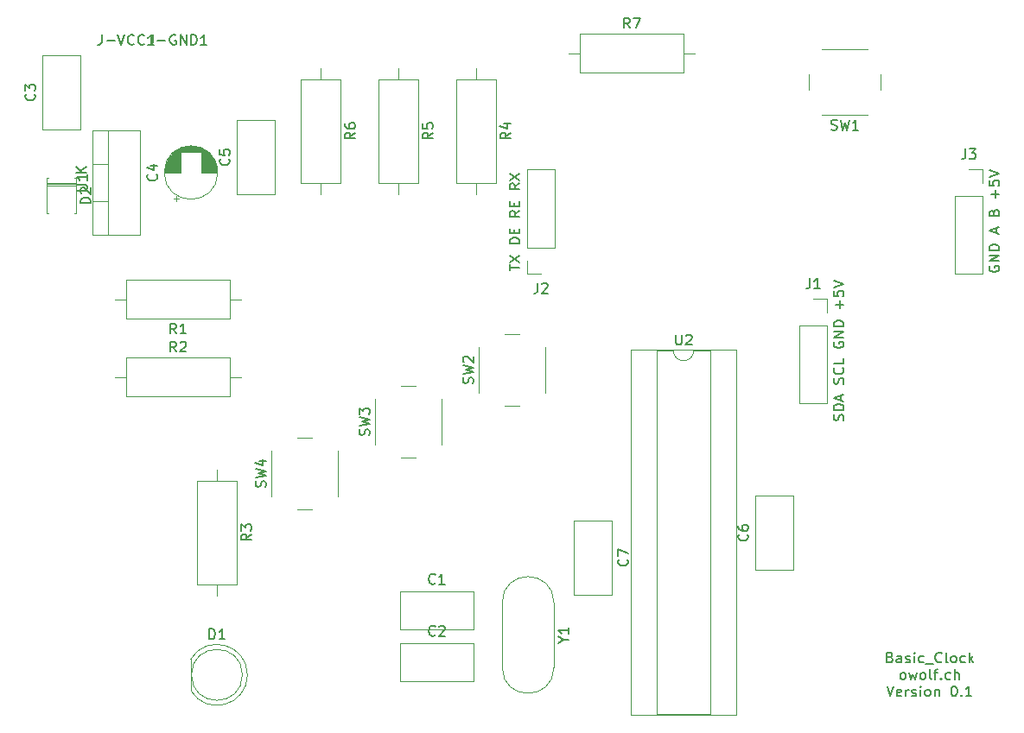
<source format=gbr>
%TF.GenerationSoftware,KiCad,Pcbnew,(5.1.6)-1*%
%TF.CreationDate,2020-09-16T20:36:39+02:00*%
%TF.ProjectId,Basic_Clock,42617369-635f-4436-9c6f-636b2e6b6963,rev?*%
%TF.SameCoordinates,Original*%
%TF.FileFunction,Legend,Top*%
%TF.FilePolarity,Positive*%
%FSLAX46Y46*%
G04 Gerber Fmt 4.6, Leading zero omitted, Abs format (unit mm)*
G04 Created by KiCad (PCBNEW (5.1.6)-1) date 2020-09-16 20:36:39*
%MOMM*%
%LPD*%
G01*
G04 APERTURE LIST*
%ADD10C,0.150000*%
%ADD11C,0.120000*%
G04 APERTURE END LIST*
D10*
X121849047Y-165918571D02*
X121991904Y-165966190D01*
X122039523Y-166013809D01*
X122087142Y-166109047D01*
X122087142Y-166251904D01*
X122039523Y-166347142D01*
X121991904Y-166394761D01*
X121896666Y-166442380D01*
X121515714Y-166442380D01*
X121515714Y-165442380D01*
X121849047Y-165442380D01*
X121944285Y-165490000D01*
X121991904Y-165537619D01*
X122039523Y-165632857D01*
X122039523Y-165728095D01*
X121991904Y-165823333D01*
X121944285Y-165870952D01*
X121849047Y-165918571D01*
X121515714Y-165918571D01*
X122944285Y-166442380D02*
X122944285Y-165918571D01*
X122896666Y-165823333D01*
X122801428Y-165775714D01*
X122610952Y-165775714D01*
X122515714Y-165823333D01*
X122944285Y-166394761D02*
X122849047Y-166442380D01*
X122610952Y-166442380D01*
X122515714Y-166394761D01*
X122468095Y-166299523D01*
X122468095Y-166204285D01*
X122515714Y-166109047D01*
X122610952Y-166061428D01*
X122849047Y-166061428D01*
X122944285Y-166013809D01*
X123372857Y-166394761D02*
X123468095Y-166442380D01*
X123658571Y-166442380D01*
X123753809Y-166394761D01*
X123801428Y-166299523D01*
X123801428Y-166251904D01*
X123753809Y-166156666D01*
X123658571Y-166109047D01*
X123515714Y-166109047D01*
X123420476Y-166061428D01*
X123372857Y-165966190D01*
X123372857Y-165918571D01*
X123420476Y-165823333D01*
X123515714Y-165775714D01*
X123658571Y-165775714D01*
X123753809Y-165823333D01*
X124230000Y-166442380D02*
X124230000Y-165775714D01*
X124230000Y-165442380D02*
X124182380Y-165490000D01*
X124230000Y-165537619D01*
X124277619Y-165490000D01*
X124230000Y-165442380D01*
X124230000Y-165537619D01*
X125134761Y-166394761D02*
X125039523Y-166442380D01*
X124849047Y-166442380D01*
X124753809Y-166394761D01*
X124706190Y-166347142D01*
X124658571Y-166251904D01*
X124658571Y-165966190D01*
X124706190Y-165870952D01*
X124753809Y-165823333D01*
X124849047Y-165775714D01*
X125039523Y-165775714D01*
X125134761Y-165823333D01*
X125325238Y-166537619D02*
X126087142Y-166537619D01*
X126896666Y-166347142D02*
X126849047Y-166394761D01*
X126706190Y-166442380D01*
X126610952Y-166442380D01*
X126468095Y-166394761D01*
X126372857Y-166299523D01*
X126325238Y-166204285D01*
X126277619Y-166013809D01*
X126277619Y-165870952D01*
X126325238Y-165680476D01*
X126372857Y-165585238D01*
X126468095Y-165490000D01*
X126610952Y-165442380D01*
X126706190Y-165442380D01*
X126849047Y-165490000D01*
X126896666Y-165537619D01*
X127468095Y-166442380D02*
X127372857Y-166394761D01*
X127325238Y-166299523D01*
X127325238Y-165442380D01*
X127991904Y-166442380D02*
X127896666Y-166394761D01*
X127849047Y-166347142D01*
X127801428Y-166251904D01*
X127801428Y-165966190D01*
X127849047Y-165870952D01*
X127896666Y-165823333D01*
X127991904Y-165775714D01*
X128134761Y-165775714D01*
X128230000Y-165823333D01*
X128277619Y-165870952D01*
X128325238Y-165966190D01*
X128325238Y-166251904D01*
X128277619Y-166347142D01*
X128230000Y-166394761D01*
X128134761Y-166442380D01*
X127991904Y-166442380D01*
X129182380Y-166394761D02*
X129087142Y-166442380D01*
X128896666Y-166442380D01*
X128801428Y-166394761D01*
X128753809Y-166347142D01*
X128706190Y-166251904D01*
X128706190Y-165966190D01*
X128753809Y-165870952D01*
X128801428Y-165823333D01*
X128896666Y-165775714D01*
X129087142Y-165775714D01*
X129182380Y-165823333D01*
X129610952Y-166442380D02*
X129610952Y-165442380D01*
X129706190Y-166061428D02*
X129991904Y-166442380D01*
X129991904Y-165775714D02*
X129610952Y-166156666D01*
X123015714Y-168092380D02*
X122920476Y-168044761D01*
X122872857Y-167997142D01*
X122825238Y-167901904D01*
X122825238Y-167616190D01*
X122872857Y-167520952D01*
X122920476Y-167473333D01*
X123015714Y-167425714D01*
X123158571Y-167425714D01*
X123253809Y-167473333D01*
X123301428Y-167520952D01*
X123349047Y-167616190D01*
X123349047Y-167901904D01*
X123301428Y-167997142D01*
X123253809Y-168044761D01*
X123158571Y-168092380D01*
X123015714Y-168092380D01*
X123682380Y-167425714D02*
X123872857Y-168092380D01*
X124063333Y-167616190D01*
X124253809Y-168092380D01*
X124444285Y-167425714D01*
X124968095Y-168092380D02*
X124872857Y-168044761D01*
X124825238Y-167997142D01*
X124777619Y-167901904D01*
X124777619Y-167616190D01*
X124825238Y-167520952D01*
X124872857Y-167473333D01*
X124968095Y-167425714D01*
X125110952Y-167425714D01*
X125206190Y-167473333D01*
X125253809Y-167520952D01*
X125301428Y-167616190D01*
X125301428Y-167901904D01*
X125253809Y-167997142D01*
X125206190Y-168044761D01*
X125110952Y-168092380D01*
X124968095Y-168092380D01*
X125872857Y-168092380D02*
X125777619Y-168044761D01*
X125730000Y-167949523D01*
X125730000Y-167092380D01*
X126110952Y-167425714D02*
X126491904Y-167425714D01*
X126253809Y-168092380D02*
X126253809Y-167235238D01*
X126301428Y-167140000D01*
X126396666Y-167092380D01*
X126491904Y-167092380D01*
X126825238Y-167997142D02*
X126872857Y-168044761D01*
X126825238Y-168092380D01*
X126777619Y-168044761D01*
X126825238Y-167997142D01*
X126825238Y-168092380D01*
X127730000Y-168044761D02*
X127634761Y-168092380D01*
X127444285Y-168092380D01*
X127349047Y-168044761D01*
X127301428Y-167997142D01*
X127253809Y-167901904D01*
X127253809Y-167616190D01*
X127301428Y-167520952D01*
X127349047Y-167473333D01*
X127444285Y-167425714D01*
X127634761Y-167425714D01*
X127730000Y-167473333D01*
X128158571Y-168092380D02*
X128158571Y-167092380D01*
X128587142Y-168092380D02*
X128587142Y-167568571D01*
X128539523Y-167473333D01*
X128444285Y-167425714D01*
X128301428Y-167425714D01*
X128206190Y-167473333D01*
X128158571Y-167520952D01*
X121539523Y-168742380D02*
X121872857Y-169742380D01*
X122206190Y-168742380D01*
X122920476Y-169694761D02*
X122825238Y-169742380D01*
X122634761Y-169742380D01*
X122539523Y-169694761D01*
X122491904Y-169599523D01*
X122491904Y-169218571D01*
X122539523Y-169123333D01*
X122634761Y-169075714D01*
X122825238Y-169075714D01*
X122920476Y-169123333D01*
X122968095Y-169218571D01*
X122968095Y-169313809D01*
X122491904Y-169409047D01*
X123396666Y-169742380D02*
X123396666Y-169075714D01*
X123396666Y-169266190D02*
X123444285Y-169170952D01*
X123491904Y-169123333D01*
X123587142Y-169075714D01*
X123682380Y-169075714D01*
X123968095Y-169694761D02*
X124063333Y-169742380D01*
X124253809Y-169742380D01*
X124349047Y-169694761D01*
X124396666Y-169599523D01*
X124396666Y-169551904D01*
X124349047Y-169456666D01*
X124253809Y-169409047D01*
X124110952Y-169409047D01*
X124015714Y-169361428D01*
X123968095Y-169266190D01*
X123968095Y-169218571D01*
X124015714Y-169123333D01*
X124110952Y-169075714D01*
X124253809Y-169075714D01*
X124349047Y-169123333D01*
X124825238Y-169742380D02*
X124825238Y-169075714D01*
X124825238Y-168742380D02*
X124777619Y-168790000D01*
X124825238Y-168837619D01*
X124872857Y-168790000D01*
X124825238Y-168742380D01*
X124825238Y-168837619D01*
X125444285Y-169742380D02*
X125349047Y-169694761D01*
X125301428Y-169647142D01*
X125253809Y-169551904D01*
X125253809Y-169266190D01*
X125301428Y-169170952D01*
X125349047Y-169123333D01*
X125444285Y-169075714D01*
X125587142Y-169075714D01*
X125682380Y-169123333D01*
X125730000Y-169170952D01*
X125777619Y-169266190D01*
X125777619Y-169551904D01*
X125730000Y-169647142D01*
X125682380Y-169694761D01*
X125587142Y-169742380D01*
X125444285Y-169742380D01*
X126206190Y-169075714D02*
X126206190Y-169742380D01*
X126206190Y-169170952D02*
X126253809Y-169123333D01*
X126349047Y-169075714D01*
X126491904Y-169075714D01*
X126587142Y-169123333D01*
X126634761Y-169218571D01*
X126634761Y-169742380D01*
X128063333Y-168742380D02*
X128158571Y-168742380D01*
X128253809Y-168790000D01*
X128301428Y-168837619D01*
X128349047Y-168932857D01*
X128396666Y-169123333D01*
X128396666Y-169361428D01*
X128349047Y-169551904D01*
X128301428Y-169647142D01*
X128253809Y-169694761D01*
X128158571Y-169742380D01*
X128063333Y-169742380D01*
X127968095Y-169694761D01*
X127920476Y-169647142D01*
X127872857Y-169551904D01*
X127825238Y-169361428D01*
X127825238Y-169123333D01*
X127872857Y-168932857D01*
X127920476Y-168837619D01*
X127968095Y-168790000D01*
X128063333Y-168742380D01*
X128825238Y-169647142D02*
X128872857Y-169694761D01*
X128825238Y-169742380D01*
X128777619Y-169694761D01*
X128825238Y-169647142D01*
X128825238Y-169742380D01*
X129825238Y-169742380D02*
X129253809Y-169742380D01*
X129539523Y-169742380D02*
X129539523Y-168742380D01*
X129444285Y-168885238D01*
X129349047Y-168980476D01*
X129253809Y-169028095D01*
X117244761Y-142675714D02*
X117292380Y-142532857D01*
X117292380Y-142294761D01*
X117244761Y-142199523D01*
X117197142Y-142151904D01*
X117101904Y-142104285D01*
X117006666Y-142104285D01*
X116911428Y-142151904D01*
X116863809Y-142199523D01*
X116816190Y-142294761D01*
X116768571Y-142485238D01*
X116720952Y-142580476D01*
X116673333Y-142628095D01*
X116578095Y-142675714D01*
X116482857Y-142675714D01*
X116387619Y-142628095D01*
X116340000Y-142580476D01*
X116292380Y-142485238D01*
X116292380Y-142247142D01*
X116340000Y-142104285D01*
X117292380Y-141675714D02*
X116292380Y-141675714D01*
X116292380Y-141437619D01*
X116340000Y-141294761D01*
X116435238Y-141199523D01*
X116530476Y-141151904D01*
X116720952Y-141104285D01*
X116863809Y-141104285D01*
X117054285Y-141151904D01*
X117149523Y-141199523D01*
X117244761Y-141294761D01*
X117292380Y-141437619D01*
X117292380Y-141675714D01*
X117006666Y-140723333D02*
X117006666Y-140247142D01*
X117292380Y-140818571D02*
X116292380Y-140485238D01*
X117292380Y-140151904D01*
X117244761Y-139104285D02*
X117292380Y-138961428D01*
X117292380Y-138723333D01*
X117244761Y-138628095D01*
X117197142Y-138580476D01*
X117101904Y-138532857D01*
X117006666Y-138532857D01*
X116911428Y-138580476D01*
X116863809Y-138628095D01*
X116816190Y-138723333D01*
X116768571Y-138913809D01*
X116720952Y-139009047D01*
X116673333Y-139056666D01*
X116578095Y-139104285D01*
X116482857Y-139104285D01*
X116387619Y-139056666D01*
X116340000Y-139009047D01*
X116292380Y-138913809D01*
X116292380Y-138675714D01*
X116340000Y-138532857D01*
X117197142Y-137532857D02*
X117244761Y-137580476D01*
X117292380Y-137723333D01*
X117292380Y-137818571D01*
X117244761Y-137961428D01*
X117149523Y-138056666D01*
X117054285Y-138104285D01*
X116863809Y-138151904D01*
X116720952Y-138151904D01*
X116530476Y-138104285D01*
X116435238Y-138056666D01*
X116340000Y-137961428D01*
X116292380Y-137818571D01*
X116292380Y-137723333D01*
X116340000Y-137580476D01*
X116387619Y-137532857D01*
X117292380Y-136628095D02*
X117292380Y-137104285D01*
X116292380Y-137104285D01*
X116340000Y-135009047D02*
X116292380Y-135104285D01*
X116292380Y-135247142D01*
X116340000Y-135390000D01*
X116435238Y-135485238D01*
X116530476Y-135532857D01*
X116720952Y-135580476D01*
X116863809Y-135580476D01*
X117054285Y-135532857D01*
X117149523Y-135485238D01*
X117244761Y-135390000D01*
X117292380Y-135247142D01*
X117292380Y-135151904D01*
X117244761Y-135009047D01*
X117197142Y-134961428D01*
X116863809Y-134961428D01*
X116863809Y-135151904D01*
X117292380Y-134532857D02*
X116292380Y-134532857D01*
X117292380Y-133961428D01*
X116292380Y-133961428D01*
X117292380Y-133485238D02*
X116292380Y-133485238D01*
X116292380Y-133247142D01*
X116340000Y-133104285D01*
X116435238Y-133009047D01*
X116530476Y-132961428D01*
X116720952Y-132913809D01*
X116863809Y-132913809D01*
X117054285Y-132961428D01*
X117149523Y-133009047D01*
X117244761Y-133104285D01*
X117292380Y-133247142D01*
X117292380Y-133485238D01*
X116911428Y-131723333D02*
X116911428Y-130961428D01*
X117292380Y-131342380D02*
X116530476Y-131342380D01*
X116292380Y-130009047D02*
X116292380Y-130485238D01*
X116768571Y-130532857D01*
X116720952Y-130485238D01*
X116673333Y-130390000D01*
X116673333Y-130151904D01*
X116720952Y-130056666D01*
X116768571Y-130009047D01*
X116863809Y-129961428D01*
X117101904Y-129961428D01*
X117197142Y-130009047D01*
X117244761Y-130056666D01*
X117292380Y-130151904D01*
X117292380Y-130390000D01*
X117244761Y-130485238D01*
X117197142Y-130532857D01*
X116292380Y-129675714D02*
X117292380Y-129342380D01*
X116292380Y-129009047D01*
X131580000Y-127547142D02*
X131532380Y-127642380D01*
X131532380Y-127785238D01*
X131580000Y-127928095D01*
X131675238Y-128023333D01*
X131770476Y-128070952D01*
X131960952Y-128118571D01*
X132103809Y-128118571D01*
X132294285Y-128070952D01*
X132389523Y-128023333D01*
X132484761Y-127928095D01*
X132532380Y-127785238D01*
X132532380Y-127690000D01*
X132484761Y-127547142D01*
X132437142Y-127499523D01*
X132103809Y-127499523D01*
X132103809Y-127690000D01*
X132532380Y-127070952D02*
X131532380Y-127070952D01*
X132532380Y-126499523D01*
X131532380Y-126499523D01*
X132532380Y-126023333D02*
X131532380Y-126023333D01*
X131532380Y-125785238D01*
X131580000Y-125642380D01*
X131675238Y-125547142D01*
X131770476Y-125499523D01*
X131960952Y-125451904D01*
X132103809Y-125451904D01*
X132294285Y-125499523D01*
X132389523Y-125547142D01*
X132484761Y-125642380D01*
X132532380Y-125785238D01*
X132532380Y-126023333D01*
X132246666Y-124309047D02*
X132246666Y-123832857D01*
X132532380Y-124404285D02*
X131532380Y-124070952D01*
X132532380Y-123737619D01*
X132008571Y-122309047D02*
X132056190Y-122166190D01*
X132103809Y-122118571D01*
X132199047Y-122070952D01*
X132341904Y-122070952D01*
X132437142Y-122118571D01*
X132484761Y-122166190D01*
X132532380Y-122261428D01*
X132532380Y-122642380D01*
X131532380Y-122642380D01*
X131532380Y-122309047D01*
X131580000Y-122213809D01*
X131627619Y-122166190D01*
X131722857Y-122118571D01*
X131818095Y-122118571D01*
X131913333Y-122166190D01*
X131960952Y-122213809D01*
X132008571Y-122309047D01*
X132008571Y-122642380D01*
X132151428Y-120880476D02*
X132151428Y-120118571D01*
X132532380Y-120499523D02*
X131770476Y-120499523D01*
X131532380Y-119166190D02*
X131532380Y-119642380D01*
X132008571Y-119690000D01*
X131960952Y-119642380D01*
X131913333Y-119547142D01*
X131913333Y-119309047D01*
X131960952Y-119213809D01*
X132008571Y-119166190D01*
X132103809Y-119118571D01*
X132341904Y-119118571D01*
X132437142Y-119166190D01*
X132484761Y-119213809D01*
X132532380Y-119309047D01*
X132532380Y-119547142D01*
X132484761Y-119642380D01*
X132437142Y-119690000D01*
X131532380Y-118832857D02*
X132532380Y-118499523D01*
X131532380Y-118166190D01*
X84542380Y-127975714D02*
X84542380Y-127404285D01*
X85542380Y-127690000D02*
X84542380Y-127690000D01*
X84542380Y-127166190D02*
X85542380Y-126499523D01*
X84542380Y-126499523D02*
X85542380Y-127166190D01*
X85542380Y-125356666D02*
X84542380Y-125356666D01*
X84542380Y-125118571D01*
X84590000Y-124975714D01*
X84685238Y-124880476D01*
X84780476Y-124832857D01*
X84970952Y-124785238D01*
X85113809Y-124785238D01*
X85304285Y-124832857D01*
X85399523Y-124880476D01*
X85494761Y-124975714D01*
X85542380Y-125118571D01*
X85542380Y-125356666D01*
X85018571Y-124356666D02*
X85018571Y-124023333D01*
X85542380Y-123880476D02*
X85542380Y-124356666D01*
X84542380Y-124356666D01*
X84542380Y-123880476D01*
X85542380Y-122118571D02*
X85066190Y-122451904D01*
X85542380Y-122690000D02*
X84542380Y-122690000D01*
X84542380Y-122309047D01*
X84590000Y-122213809D01*
X84637619Y-122166190D01*
X84732857Y-122118571D01*
X84875714Y-122118571D01*
X84970952Y-122166190D01*
X85018571Y-122213809D01*
X85066190Y-122309047D01*
X85066190Y-122690000D01*
X85018571Y-121690000D02*
X85018571Y-121356666D01*
X85542380Y-121213809D02*
X85542380Y-121690000D01*
X84542380Y-121690000D01*
X84542380Y-121213809D01*
X85542380Y-119451904D02*
X85066190Y-119785238D01*
X85542380Y-120023333D02*
X84542380Y-120023333D01*
X84542380Y-119642380D01*
X84590000Y-119547142D01*
X84637619Y-119499523D01*
X84732857Y-119451904D01*
X84875714Y-119451904D01*
X84970952Y-119499523D01*
X85018571Y-119547142D01*
X85066190Y-119642380D01*
X85066190Y-120023333D01*
X84542380Y-119118571D02*
X85542380Y-118451904D01*
X84542380Y-118451904D02*
X85542380Y-119118571D01*
D11*
%TO.C,C5*%
X57820000Y-113260000D02*
X61560000Y-113260000D01*
X57820000Y-120500000D02*
X61560000Y-120500000D01*
X61560000Y-120500000D02*
X61560000Y-113260000D01*
X57820000Y-120500000D02*
X57820000Y-113260000D01*
%TO.C,SW4*%
X67730000Y-150130000D02*
X67730000Y-145630000D01*
X63730000Y-151380000D02*
X65230000Y-151380000D01*
X61230000Y-145630000D02*
X61230000Y-150130000D01*
X65230000Y-144380000D02*
X63730000Y-144380000D01*
%TO.C,R7*%
X91450000Y-104760000D02*
X91450000Y-108600000D01*
X91450000Y-108600000D02*
X101590000Y-108600000D01*
X101590000Y-108600000D02*
X101590000Y-104760000D01*
X101590000Y-104760000D02*
X91450000Y-104760000D01*
X90340000Y-106680000D02*
X91450000Y-106680000D01*
X102700000Y-106680000D02*
X101590000Y-106680000D01*
%TO.C,J3*%
X129540000Y-118050000D02*
X130870000Y-118050000D01*
X130870000Y-118050000D02*
X130870000Y-119380000D01*
X130870000Y-120650000D02*
X130870000Y-128330000D01*
X128210000Y-128330000D02*
X130870000Y-128330000D01*
X128210000Y-120650000D02*
X128210000Y-128330000D01*
X128210000Y-120650000D02*
X130870000Y-120650000D01*
%TO.C,J2*%
X87630000Y-128330000D02*
X86300000Y-128330000D01*
X86300000Y-128330000D02*
X86300000Y-127000000D01*
X86300000Y-125730000D02*
X86300000Y-118050000D01*
X88960000Y-118050000D02*
X86300000Y-118050000D01*
X88960000Y-125730000D02*
X88960000Y-118050000D01*
X88960000Y-125730000D02*
X86300000Y-125730000D01*
%TO.C,J1*%
X114300000Y-130750000D02*
X115630000Y-130750000D01*
X115630000Y-130750000D02*
X115630000Y-132080000D01*
X115630000Y-133350000D02*
X115630000Y-141030000D01*
X112970000Y-141030000D02*
X115630000Y-141030000D01*
X112970000Y-133350000D02*
X112970000Y-141030000D01*
X112970000Y-133350000D02*
X115630000Y-133350000D01*
%TO.C,Y1*%
X83835000Y-160530000D02*
X83835000Y-166930000D01*
X88885000Y-160530000D02*
X88885000Y-166930000D01*
X83835000Y-166930000D02*
G75*
G03*
X88885000Y-166930000I2525000J0D01*
G01*
X83835000Y-160530000D02*
G75*
G02*
X88885000Y-160530000I2525000J0D01*
G01*
%TO.C,U1*%
X43720000Y-117529000D02*
X45230000Y-117529000D01*
X43720000Y-121230000D02*
X45230000Y-121230000D01*
X45230000Y-124500000D02*
X45230000Y-114260000D01*
X43720000Y-114260000D02*
X48361000Y-114260000D01*
X43720000Y-124500000D02*
X48361000Y-124500000D01*
X48361000Y-124500000D02*
X48361000Y-114260000D01*
X43720000Y-124500000D02*
X43720000Y-114260000D01*
%TO.C,SW3*%
X75390000Y-139300000D02*
X73890000Y-139300000D01*
X71390000Y-140550000D02*
X71390000Y-145050000D01*
X73890000Y-146300000D02*
X75390000Y-146300000D01*
X77890000Y-145050000D02*
X77890000Y-140550000D01*
%TO.C,SW2*%
X85550000Y-134220000D02*
X84050000Y-134220000D01*
X81550000Y-135470000D02*
X81550000Y-139970000D01*
X84050000Y-141220000D02*
X85550000Y-141220000D01*
X88050000Y-139970000D02*
X88050000Y-135470000D01*
%TO.C,SW1*%
X113900000Y-108760000D02*
X113900000Y-110260000D01*
X115150000Y-112760000D02*
X119650000Y-112760000D01*
X120900000Y-110260000D02*
X120900000Y-108760000D01*
X119650000Y-106260000D02*
X115150000Y-106260000D01*
%TO.C,R6*%
X66040000Y-120480000D02*
X66040000Y-119370000D01*
X66040000Y-108120000D02*
X66040000Y-109230000D01*
X67960000Y-119370000D02*
X67960000Y-109230000D01*
X64120000Y-119370000D02*
X67960000Y-119370000D01*
X64120000Y-109230000D02*
X64120000Y-119370000D01*
X67960000Y-109230000D02*
X64120000Y-109230000D01*
%TO.C,R5*%
X73660000Y-120480000D02*
X73660000Y-119370000D01*
X73660000Y-108120000D02*
X73660000Y-109230000D01*
X75580000Y-119370000D02*
X75580000Y-109230000D01*
X71740000Y-119370000D02*
X75580000Y-119370000D01*
X71740000Y-109230000D02*
X71740000Y-119370000D01*
X75580000Y-109230000D02*
X71740000Y-109230000D01*
%TO.C,R4*%
X81280000Y-120480000D02*
X81280000Y-119370000D01*
X81280000Y-108120000D02*
X81280000Y-109230000D01*
X83200000Y-119370000D02*
X83200000Y-109230000D01*
X79360000Y-119370000D02*
X83200000Y-119370000D01*
X79360000Y-109230000D02*
X79360000Y-119370000D01*
X83200000Y-109230000D02*
X79360000Y-109230000D01*
%TO.C,R3*%
X55880000Y-159850000D02*
X55880000Y-158740000D01*
X55880000Y-147490000D02*
X55880000Y-148600000D01*
X57800000Y-158740000D02*
X57800000Y-148600000D01*
X53960000Y-158740000D02*
X57800000Y-158740000D01*
X53960000Y-148600000D02*
X53960000Y-158740000D01*
X57800000Y-148600000D02*
X53960000Y-148600000D01*
%TO.C,R2*%
X58250000Y-138430000D02*
X57140000Y-138430000D01*
X45890000Y-138430000D02*
X47000000Y-138430000D01*
X57140000Y-136510000D02*
X47000000Y-136510000D01*
X57140000Y-140350000D02*
X57140000Y-136510000D01*
X47000000Y-140350000D02*
X57140000Y-140350000D01*
X47000000Y-136510000D02*
X47000000Y-140350000D01*
%TO.C,R1*%
X45890000Y-130810000D02*
X47000000Y-130810000D01*
X58250000Y-130810000D02*
X57140000Y-130810000D01*
X47000000Y-132730000D02*
X57140000Y-132730000D01*
X47000000Y-128890000D02*
X47000000Y-132730000D01*
X57140000Y-128890000D02*
X47000000Y-128890000D01*
X57140000Y-132730000D02*
X57140000Y-128890000D01*
%TO.C,D2*%
X42060000Y-119410000D02*
X39220000Y-119410000D01*
X42060000Y-119650000D02*
X39220000Y-119650000D01*
X42060000Y-119530000D02*
X39220000Y-119530000D01*
X39220000Y-122370000D02*
X39400000Y-122370000D01*
X39220000Y-118930000D02*
X39220000Y-122370000D01*
X39400000Y-118930000D02*
X39220000Y-118930000D01*
X42060000Y-122370000D02*
X41880000Y-122370000D01*
X42060000Y-118930000D02*
X42060000Y-122370000D01*
X41880000Y-118930000D02*
X42060000Y-118930000D01*
%TO.C,D1*%
X58380000Y-167640000D02*
G75*
G03*
X58380000Y-167640000I-2500000J0D01*
G01*
X53320000Y-166095000D02*
X53320000Y-169185000D01*
X58870000Y-167639538D02*
G75*
G02*
X53320000Y-169184830I-2990000J-462D01*
G01*
X58870000Y-167640462D02*
G75*
G03*
X53320000Y-166095170I-2990000J462D01*
G01*
%TO.C,C1*%
X81050000Y-159420000D02*
X81050000Y-163160000D01*
X73810000Y-159420000D02*
X73810000Y-163160000D01*
X73810000Y-163160000D02*
X81050000Y-163160000D01*
X73810000Y-159420000D02*
X81050000Y-159420000D01*
%TO.C,C2*%
X73810000Y-164500000D02*
X81050000Y-164500000D01*
X73810000Y-168240000D02*
X81050000Y-168240000D01*
X73810000Y-164500000D02*
X73810000Y-168240000D01*
X81050000Y-164500000D02*
X81050000Y-168240000D01*
%TO.C,C3*%
X38770000Y-114150000D02*
X38770000Y-106910000D01*
X42510000Y-114150000D02*
X42510000Y-106910000D01*
X38770000Y-114150000D02*
X42510000Y-114150000D01*
X38770000Y-106910000D02*
X42510000Y-106910000D01*
%TO.C,C4*%
X55960000Y-118380000D02*
G75*
G03*
X55960000Y-118380000I-2620000J0D01*
G01*
X54380000Y-118380000D02*
X55920000Y-118380000D01*
X50760000Y-118380000D02*
X52300000Y-118380000D01*
X54380000Y-118340000D02*
X55920000Y-118340000D01*
X50760000Y-118340000D02*
X52300000Y-118340000D01*
X50761000Y-118300000D02*
X52300000Y-118300000D01*
X54380000Y-118300000D02*
X55919000Y-118300000D01*
X50762000Y-118260000D02*
X52300000Y-118260000D01*
X54380000Y-118260000D02*
X55918000Y-118260000D01*
X50764000Y-118220000D02*
X52300000Y-118220000D01*
X54380000Y-118220000D02*
X55916000Y-118220000D01*
X50767000Y-118180000D02*
X52300000Y-118180000D01*
X54380000Y-118180000D02*
X55913000Y-118180000D01*
X50771000Y-118140000D02*
X52300000Y-118140000D01*
X54380000Y-118140000D02*
X55909000Y-118140000D01*
X50775000Y-118100000D02*
X52300000Y-118100000D01*
X54380000Y-118100000D02*
X55905000Y-118100000D01*
X50779000Y-118060000D02*
X52300000Y-118060000D01*
X54380000Y-118060000D02*
X55901000Y-118060000D01*
X50784000Y-118020000D02*
X52300000Y-118020000D01*
X54380000Y-118020000D02*
X55896000Y-118020000D01*
X50790000Y-117980000D02*
X52300000Y-117980000D01*
X54380000Y-117980000D02*
X55890000Y-117980000D01*
X50797000Y-117940000D02*
X52300000Y-117940000D01*
X54380000Y-117940000D02*
X55883000Y-117940000D01*
X50804000Y-117900000D02*
X52300000Y-117900000D01*
X54380000Y-117900000D02*
X55876000Y-117900000D01*
X50812000Y-117860000D02*
X52300000Y-117860000D01*
X54380000Y-117860000D02*
X55868000Y-117860000D01*
X50820000Y-117820000D02*
X52300000Y-117820000D01*
X54380000Y-117820000D02*
X55860000Y-117820000D01*
X50829000Y-117780000D02*
X52300000Y-117780000D01*
X54380000Y-117780000D02*
X55851000Y-117780000D01*
X50839000Y-117740000D02*
X52300000Y-117740000D01*
X54380000Y-117740000D02*
X55841000Y-117740000D01*
X50849000Y-117700000D02*
X52300000Y-117700000D01*
X54380000Y-117700000D02*
X55831000Y-117700000D01*
X50860000Y-117659000D02*
X52300000Y-117659000D01*
X54380000Y-117659000D02*
X55820000Y-117659000D01*
X50872000Y-117619000D02*
X52300000Y-117619000D01*
X54380000Y-117619000D02*
X55808000Y-117619000D01*
X50885000Y-117579000D02*
X52300000Y-117579000D01*
X54380000Y-117579000D02*
X55795000Y-117579000D01*
X50898000Y-117539000D02*
X52300000Y-117539000D01*
X54380000Y-117539000D02*
X55782000Y-117539000D01*
X50912000Y-117499000D02*
X52300000Y-117499000D01*
X54380000Y-117499000D02*
X55768000Y-117499000D01*
X50926000Y-117459000D02*
X52300000Y-117459000D01*
X54380000Y-117459000D02*
X55754000Y-117459000D01*
X50942000Y-117419000D02*
X52300000Y-117419000D01*
X54380000Y-117419000D02*
X55738000Y-117419000D01*
X50958000Y-117379000D02*
X52300000Y-117379000D01*
X54380000Y-117379000D02*
X55722000Y-117379000D01*
X50975000Y-117339000D02*
X52300000Y-117339000D01*
X54380000Y-117339000D02*
X55705000Y-117339000D01*
X50992000Y-117299000D02*
X52300000Y-117299000D01*
X54380000Y-117299000D02*
X55688000Y-117299000D01*
X51011000Y-117259000D02*
X52300000Y-117259000D01*
X54380000Y-117259000D02*
X55669000Y-117259000D01*
X51030000Y-117219000D02*
X52300000Y-117219000D01*
X54380000Y-117219000D02*
X55650000Y-117219000D01*
X51050000Y-117179000D02*
X52300000Y-117179000D01*
X54380000Y-117179000D02*
X55630000Y-117179000D01*
X51072000Y-117139000D02*
X52300000Y-117139000D01*
X54380000Y-117139000D02*
X55608000Y-117139000D01*
X51093000Y-117099000D02*
X52300000Y-117099000D01*
X54380000Y-117099000D02*
X55587000Y-117099000D01*
X51116000Y-117059000D02*
X52300000Y-117059000D01*
X54380000Y-117059000D02*
X55564000Y-117059000D01*
X51140000Y-117019000D02*
X52300000Y-117019000D01*
X54380000Y-117019000D02*
X55540000Y-117019000D01*
X51165000Y-116979000D02*
X52300000Y-116979000D01*
X54380000Y-116979000D02*
X55515000Y-116979000D01*
X51191000Y-116939000D02*
X52300000Y-116939000D01*
X54380000Y-116939000D02*
X55489000Y-116939000D01*
X51218000Y-116899000D02*
X52300000Y-116899000D01*
X54380000Y-116899000D02*
X55462000Y-116899000D01*
X51245000Y-116859000D02*
X52300000Y-116859000D01*
X54380000Y-116859000D02*
X55435000Y-116859000D01*
X51275000Y-116819000D02*
X52300000Y-116819000D01*
X54380000Y-116819000D02*
X55405000Y-116819000D01*
X51305000Y-116779000D02*
X52300000Y-116779000D01*
X54380000Y-116779000D02*
X55375000Y-116779000D01*
X51336000Y-116739000D02*
X52300000Y-116739000D01*
X54380000Y-116739000D02*
X55344000Y-116739000D01*
X51369000Y-116699000D02*
X52300000Y-116699000D01*
X54380000Y-116699000D02*
X55311000Y-116699000D01*
X51403000Y-116659000D02*
X52300000Y-116659000D01*
X54380000Y-116659000D02*
X55277000Y-116659000D01*
X51439000Y-116619000D02*
X52300000Y-116619000D01*
X54380000Y-116619000D02*
X55241000Y-116619000D01*
X51476000Y-116579000D02*
X52300000Y-116579000D01*
X54380000Y-116579000D02*
X55204000Y-116579000D01*
X51514000Y-116539000D02*
X52300000Y-116539000D01*
X54380000Y-116539000D02*
X55166000Y-116539000D01*
X51555000Y-116499000D02*
X52300000Y-116499000D01*
X54380000Y-116499000D02*
X55125000Y-116499000D01*
X51597000Y-116459000D02*
X52300000Y-116459000D01*
X54380000Y-116459000D02*
X55083000Y-116459000D01*
X51641000Y-116419000D02*
X52300000Y-116419000D01*
X54380000Y-116419000D02*
X55039000Y-116419000D01*
X51687000Y-116379000D02*
X52300000Y-116379000D01*
X54380000Y-116379000D02*
X54993000Y-116379000D01*
X51735000Y-116339000D02*
X54945000Y-116339000D01*
X51786000Y-116299000D02*
X54894000Y-116299000D01*
X51840000Y-116259000D02*
X54840000Y-116259000D01*
X51897000Y-116219000D02*
X54783000Y-116219000D01*
X51957000Y-116179000D02*
X54723000Y-116179000D01*
X52021000Y-116139000D02*
X54659000Y-116139000D01*
X52089000Y-116099000D02*
X54591000Y-116099000D01*
X52162000Y-116059000D02*
X54518000Y-116059000D01*
X52242000Y-116019000D02*
X54438000Y-116019000D01*
X52329000Y-115979000D02*
X54351000Y-115979000D01*
X52425000Y-115939000D02*
X54255000Y-115939000D01*
X52535000Y-115899000D02*
X54145000Y-115899000D01*
X52663000Y-115859000D02*
X54017000Y-115859000D01*
X52822000Y-115819000D02*
X53858000Y-115819000D01*
X53056000Y-115779000D02*
X53624000Y-115779000D01*
X51865000Y-121184775D02*
X51865000Y-120684775D01*
X51615000Y-120934775D02*
X52115000Y-120934775D01*
%TO.C,C6*%
X108620000Y-157330000D02*
X108620000Y-150090000D01*
X112360000Y-157330000D02*
X112360000Y-150090000D01*
X108620000Y-157330000D02*
X112360000Y-157330000D01*
X108620000Y-150090000D02*
X112360000Y-150090000D01*
%TO.C,C7*%
X94580000Y-159790000D02*
X90840000Y-159790000D01*
X94580000Y-152550000D02*
X90840000Y-152550000D01*
X90840000Y-152550000D02*
X90840000Y-159790000D01*
X94580000Y-152550000D02*
X94580000Y-159790000D01*
%TO.C,U2*%
X100600000Y-135830000D02*
X98950000Y-135830000D01*
X98950000Y-135830000D02*
X98950000Y-171510000D01*
X98950000Y-171510000D02*
X104250000Y-171510000D01*
X104250000Y-171510000D02*
X104250000Y-135830000D01*
X104250000Y-135830000D02*
X102600000Y-135830000D01*
X96460000Y-135770000D02*
X96460000Y-171570000D01*
X96460000Y-171570000D02*
X106740000Y-171570000D01*
X106740000Y-171570000D02*
X106740000Y-135770000D01*
X106740000Y-135770000D02*
X96460000Y-135770000D01*
X102600000Y-135830000D02*
G75*
G02*
X100600000Y-135830000I-1000000J0D01*
G01*
%TO.C,C5*%
D10*
X57047142Y-117046666D02*
X57094761Y-117094285D01*
X57142380Y-117237142D01*
X57142380Y-117332380D01*
X57094761Y-117475238D01*
X56999523Y-117570476D01*
X56904285Y-117618095D01*
X56713809Y-117665714D01*
X56570952Y-117665714D01*
X56380476Y-117618095D01*
X56285238Y-117570476D01*
X56190000Y-117475238D01*
X56142380Y-117332380D01*
X56142380Y-117237142D01*
X56190000Y-117094285D01*
X56237619Y-117046666D01*
X56142380Y-116141904D02*
X56142380Y-116618095D01*
X56618571Y-116665714D01*
X56570952Y-116618095D01*
X56523333Y-116522857D01*
X56523333Y-116284761D01*
X56570952Y-116189523D01*
X56618571Y-116141904D01*
X56713809Y-116094285D01*
X56951904Y-116094285D01*
X57047142Y-116141904D01*
X57094761Y-116189523D01*
X57142380Y-116284761D01*
X57142380Y-116522857D01*
X57094761Y-116618095D01*
X57047142Y-116665714D01*
%TO.C,J-VCC1*%
X44609047Y-104862380D02*
X44609047Y-105576666D01*
X44561428Y-105719523D01*
X44466190Y-105814761D01*
X44323333Y-105862380D01*
X44228095Y-105862380D01*
X45085238Y-105481428D02*
X45847142Y-105481428D01*
X46180476Y-104862380D02*
X46513809Y-105862380D01*
X46847142Y-104862380D01*
X47751904Y-105767142D02*
X47704285Y-105814761D01*
X47561428Y-105862380D01*
X47466190Y-105862380D01*
X47323333Y-105814761D01*
X47228095Y-105719523D01*
X47180476Y-105624285D01*
X47132857Y-105433809D01*
X47132857Y-105290952D01*
X47180476Y-105100476D01*
X47228095Y-105005238D01*
X47323333Y-104910000D01*
X47466190Y-104862380D01*
X47561428Y-104862380D01*
X47704285Y-104910000D01*
X47751904Y-104957619D01*
X48751904Y-105767142D02*
X48704285Y-105814761D01*
X48561428Y-105862380D01*
X48466190Y-105862380D01*
X48323333Y-105814761D01*
X48228095Y-105719523D01*
X48180476Y-105624285D01*
X48132857Y-105433809D01*
X48132857Y-105290952D01*
X48180476Y-105100476D01*
X48228095Y-105005238D01*
X48323333Y-104910000D01*
X48466190Y-104862380D01*
X48561428Y-104862380D01*
X48704285Y-104910000D01*
X48751904Y-104957619D01*
X49704285Y-105862380D02*
X49132857Y-105862380D01*
X49418571Y-105862380D02*
X49418571Y-104862380D01*
X49323333Y-105005238D01*
X49228095Y-105100476D01*
X49132857Y-105148095D01*
%TO.C,J-GND1*%
X49593809Y-104862380D02*
X49593809Y-105576666D01*
X49546190Y-105719523D01*
X49450952Y-105814761D01*
X49308095Y-105862380D01*
X49212857Y-105862380D01*
X50070000Y-105481428D02*
X50831904Y-105481428D01*
X51831904Y-104910000D02*
X51736666Y-104862380D01*
X51593809Y-104862380D01*
X51450952Y-104910000D01*
X51355714Y-105005238D01*
X51308095Y-105100476D01*
X51260476Y-105290952D01*
X51260476Y-105433809D01*
X51308095Y-105624285D01*
X51355714Y-105719523D01*
X51450952Y-105814761D01*
X51593809Y-105862380D01*
X51689047Y-105862380D01*
X51831904Y-105814761D01*
X51879523Y-105767142D01*
X51879523Y-105433809D01*
X51689047Y-105433809D01*
X52308095Y-105862380D02*
X52308095Y-104862380D01*
X52879523Y-105862380D01*
X52879523Y-104862380D01*
X53355714Y-105862380D02*
X53355714Y-104862380D01*
X53593809Y-104862380D01*
X53736666Y-104910000D01*
X53831904Y-105005238D01*
X53879523Y-105100476D01*
X53927142Y-105290952D01*
X53927142Y-105433809D01*
X53879523Y-105624285D01*
X53831904Y-105719523D01*
X53736666Y-105814761D01*
X53593809Y-105862380D01*
X53355714Y-105862380D01*
X54879523Y-105862380D02*
X54308095Y-105862380D01*
X54593809Y-105862380D02*
X54593809Y-104862380D01*
X54498571Y-105005238D01*
X54403333Y-105100476D01*
X54308095Y-105148095D01*
%TO.C,SW4*%
X60634761Y-149213333D02*
X60682380Y-149070476D01*
X60682380Y-148832380D01*
X60634761Y-148737142D01*
X60587142Y-148689523D01*
X60491904Y-148641904D01*
X60396666Y-148641904D01*
X60301428Y-148689523D01*
X60253809Y-148737142D01*
X60206190Y-148832380D01*
X60158571Y-149022857D01*
X60110952Y-149118095D01*
X60063333Y-149165714D01*
X59968095Y-149213333D01*
X59872857Y-149213333D01*
X59777619Y-149165714D01*
X59730000Y-149118095D01*
X59682380Y-149022857D01*
X59682380Y-148784761D01*
X59730000Y-148641904D01*
X59682380Y-148308571D02*
X60682380Y-148070476D01*
X59968095Y-147880000D01*
X60682380Y-147689523D01*
X59682380Y-147451428D01*
X60015714Y-146641904D02*
X60682380Y-146641904D01*
X59634761Y-146880000D02*
X60349047Y-147118095D01*
X60349047Y-146499047D01*
%TO.C,R7*%
X96353333Y-104212380D02*
X96020000Y-103736190D01*
X95781904Y-104212380D02*
X95781904Y-103212380D01*
X96162857Y-103212380D01*
X96258095Y-103260000D01*
X96305714Y-103307619D01*
X96353333Y-103402857D01*
X96353333Y-103545714D01*
X96305714Y-103640952D01*
X96258095Y-103688571D01*
X96162857Y-103736190D01*
X95781904Y-103736190D01*
X96686666Y-103212380D02*
X97353333Y-103212380D01*
X96924761Y-104212380D01*
%TO.C,J3*%
X129206666Y-116062380D02*
X129206666Y-116776666D01*
X129159047Y-116919523D01*
X129063809Y-117014761D01*
X128920952Y-117062380D01*
X128825714Y-117062380D01*
X129587619Y-116062380D02*
X130206666Y-116062380D01*
X129873333Y-116443333D01*
X130016190Y-116443333D01*
X130111428Y-116490952D01*
X130159047Y-116538571D01*
X130206666Y-116633809D01*
X130206666Y-116871904D01*
X130159047Y-116967142D01*
X130111428Y-117014761D01*
X130016190Y-117062380D01*
X129730476Y-117062380D01*
X129635238Y-117014761D01*
X129587619Y-116967142D01*
%TO.C,J2*%
X87296666Y-129222380D02*
X87296666Y-129936666D01*
X87249047Y-130079523D01*
X87153809Y-130174761D01*
X87010952Y-130222380D01*
X86915714Y-130222380D01*
X87725238Y-129317619D02*
X87772857Y-129270000D01*
X87868095Y-129222380D01*
X88106190Y-129222380D01*
X88201428Y-129270000D01*
X88249047Y-129317619D01*
X88296666Y-129412857D01*
X88296666Y-129508095D01*
X88249047Y-129650952D01*
X87677619Y-130222380D01*
X88296666Y-130222380D01*
%TO.C,J1*%
X113966666Y-128762380D02*
X113966666Y-129476666D01*
X113919047Y-129619523D01*
X113823809Y-129714761D01*
X113680952Y-129762380D01*
X113585714Y-129762380D01*
X114966666Y-129762380D02*
X114395238Y-129762380D01*
X114680952Y-129762380D02*
X114680952Y-128762380D01*
X114585714Y-128905238D01*
X114490476Y-129000476D01*
X114395238Y-129048095D01*
%TO.C,Y1*%
X89861190Y-164206190D02*
X90337380Y-164206190D01*
X89337380Y-164539523D02*
X89861190Y-164206190D01*
X89337380Y-163872857D01*
X90337380Y-163015714D02*
X90337380Y-163587142D01*
X90337380Y-163301428D02*
X89337380Y-163301428D01*
X89480238Y-163396666D01*
X89575476Y-163491904D01*
X89623095Y-163587142D01*
%TO.C,U1*%
X42172380Y-120141904D02*
X42981904Y-120141904D01*
X43077142Y-120094285D01*
X43124761Y-120046666D01*
X43172380Y-119951428D01*
X43172380Y-119760952D01*
X43124761Y-119665714D01*
X43077142Y-119618095D01*
X42981904Y-119570476D01*
X42172380Y-119570476D01*
X43172380Y-118570476D02*
X43172380Y-119141904D01*
X43172380Y-118856190D02*
X42172380Y-118856190D01*
X42315238Y-118951428D01*
X42410476Y-119046666D01*
X42458095Y-119141904D01*
%TO.C,SW3*%
X70794761Y-144133333D02*
X70842380Y-143990476D01*
X70842380Y-143752380D01*
X70794761Y-143657142D01*
X70747142Y-143609523D01*
X70651904Y-143561904D01*
X70556666Y-143561904D01*
X70461428Y-143609523D01*
X70413809Y-143657142D01*
X70366190Y-143752380D01*
X70318571Y-143942857D01*
X70270952Y-144038095D01*
X70223333Y-144085714D01*
X70128095Y-144133333D01*
X70032857Y-144133333D01*
X69937619Y-144085714D01*
X69890000Y-144038095D01*
X69842380Y-143942857D01*
X69842380Y-143704761D01*
X69890000Y-143561904D01*
X69842380Y-143228571D02*
X70842380Y-142990476D01*
X70128095Y-142800000D01*
X70842380Y-142609523D01*
X69842380Y-142371428D01*
X69842380Y-142085714D02*
X69842380Y-141466666D01*
X70223333Y-141800000D01*
X70223333Y-141657142D01*
X70270952Y-141561904D01*
X70318571Y-141514285D01*
X70413809Y-141466666D01*
X70651904Y-141466666D01*
X70747142Y-141514285D01*
X70794761Y-141561904D01*
X70842380Y-141657142D01*
X70842380Y-141942857D01*
X70794761Y-142038095D01*
X70747142Y-142085714D01*
%TO.C,SW2*%
X80954761Y-139053333D02*
X81002380Y-138910476D01*
X81002380Y-138672380D01*
X80954761Y-138577142D01*
X80907142Y-138529523D01*
X80811904Y-138481904D01*
X80716666Y-138481904D01*
X80621428Y-138529523D01*
X80573809Y-138577142D01*
X80526190Y-138672380D01*
X80478571Y-138862857D01*
X80430952Y-138958095D01*
X80383333Y-139005714D01*
X80288095Y-139053333D01*
X80192857Y-139053333D01*
X80097619Y-139005714D01*
X80050000Y-138958095D01*
X80002380Y-138862857D01*
X80002380Y-138624761D01*
X80050000Y-138481904D01*
X80002380Y-138148571D02*
X81002380Y-137910476D01*
X80288095Y-137720000D01*
X81002380Y-137529523D01*
X80002380Y-137291428D01*
X80097619Y-136958095D02*
X80050000Y-136910476D01*
X80002380Y-136815238D01*
X80002380Y-136577142D01*
X80050000Y-136481904D01*
X80097619Y-136434285D01*
X80192857Y-136386666D01*
X80288095Y-136386666D01*
X80430952Y-136434285D01*
X81002380Y-137005714D01*
X81002380Y-136386666D01*
%TO.C,SW1*%
X116066666Y-114164761D02*
X116209523Y-114212380D01*
X116447619Y-114212380D01*
X116542857Y-114164761D01*
X116590476Y-114117142D01*
X116638095Y-114021904D01*
X116638095Y-113926666D01*
X116590476Y-113831428D01*
X116542857Y-113783809D01*
X116447619Y-113736190D01*
X116257142Y-113688571D01*
X116161904Y-113640952D01*
X116114285Y-113593333D01*
X116066666Y-113498095D01*
X116066666Y-113402857D01*
X116114285Y-113307619D01*
X116161904Y-113260000D01*
X116257142Y-113212380D01*
X116495238Y-113212380D01*
X116638095Y-113260000D01*
X116971428Y-113212380D02*
X117209523Y-114212380D01*
X117400000Y-113498095D01*
X117590476Y-114212380D01*
X117828571Y-113212380D01*
X118733333Y-114212380D02*
X118161904Y-114212380D01*
X118447619Y-114212380D02*
X118447619Y-113212380D01*
X118352380Y-113355238D01*
X118257142Y-113450476D01*
X118161904Y-113498095D01*
%TO.C,R6*%
X69412380Y-114466666D02*
X68936190Y-114800000D01*
X69412380Y-115038095D02*
X68412380Y-115038095D01*
X68412380Y-114657142D01*
X68460000Y-114561904D01*
X68507619Y-114514285D01*
X68602857Y-114466666D01*
X68745714Y-114466666D01*
X68840952Y-114514285D01*
X68888571Y-114561904D01*
X68936190Y-114657142D01*
X68936190Y-115038095D01*
X68412380Y-113609523D02*
X68412380Y-113800000D01*
X68460000Y-113895238D01*
X68507619Y-113942857D01*
X68650476Y-114038095D01*
X68840952Y-114085714D01*
X69221904Y-114085714D01*
X69317142Y-114038095D01*
X69364761Y-113990476D01*
X69412380Y-113895238D01*
X69412380Y-113704761D01*
X69364761Y-113609523D01*
X69317142Y-113561904D01*
X69221904Y-113514285D01*
X68983809Y-113514285D01*
X68888571Y-113561904D01*
X68840952Y-113609523D01*
X68793333Y-113704761D01*
X68793333Y-113895238D01*
X68840952Y-113990476D01*
X68888571Y-114038095D01*
X68983809Y-114085714D01*
%TO.C,R5*%
X77032380Y-114466666D02*
X76556190Y-114800000D01*
X77032380Y-115038095D02*
X76032380Y-115038095D01*
X76032380Y-114657142D01*
X76080000Y-114561904D01*
X76127619Y-114514285D01*
X76222857Y-114466666D01*
X76365714Y-114466666D01*
X76460952Y-114514285D01*
X76508571Y-114561904D01*
X76556190Y-114657142D01*
X76556190Y-115038095D01*
X76032380Y-113561904D02*
X76032380Y-114038095D01*
X76508571Y-114085714D01*
X76460952Y-114038095D01*
X76413333Y-113942857D01*
X76413333Y-113704761D01*
X76460952Y-113609523D01*
X76508571Y-113561904D01*
X76603809Y-113514285D01*
X76841904Y-113514285D01*
X76937142Y-113561904D01*
X76984761Y-113609523D01*
X77032380Y-113704761D01*
X77032380Y-113942857D01*
X76984761Y-114038095D01*
X76937142Y-114085714D01*
%TO.C,R4*%
X84652380Y-114466666D02*
X84176190Y-114800000D01*
X84652380Y-115038095D02*
X83652380Y-115038095D01*
X83652380Y-114657142D01*
X83700000Y-114561904D01*
X83747619Y-114514285D01*
X83842857Y-114466666D01*
X83985714Y-114466666D01*
X84080952Y-114514285D01*
X84128571Y-114561904D01*
X84176190Y-114657142D01*
X84176190Y-115038095D01*
X83985714Y-113609523D02*
X84652380Y-113609523D01*
X83604761Y-113847619D02*
X84319047Y-114085714D01*
X84319047Y-113466666D01*
%TO.C,R3*%
X59252380Y-153836666D02*
X58776190Y-154170000D01*
X59252380Y-154408095D02*
X58252380Y-154408095D01*
X58252380Y-154027142D01*
X58300000Y-153931904D01*
X58347619Y-153884285D01*
X58442857Y-153836666D01*
X58585714Y-153836666D01*
X58680952Y-153884285D01*
X58728571Y-153931904D01*
X58776190Y-154027142D01*
X58776190Y-154408095D01*
X58252380Y-153503333D02*
X58252380Y-152884285D01*
X58633333Y-153217619D01*
X58633333Y-153074761D01*
X58680952Y-152979523D01*
X58728571Y-152931904D01*
X58823809Y-152884285D01*
X59061904Y-152884285D01*
X59157142Y-152931904D01*
X59204761Y-152979523D01*
X59252380Y-153074761D01*
X59252380Y-153360476D01*
X59204761Y-153455714D01*
X59157142Y-153503333D01*
%TO.C,R2*%
X51903333Y-135962380D02*
X51570000Y-135486190D01*
X51331904Y-135962380D02*
X51331904Y-134962380D01*
X51712857Y-134962380D01*
X51808095Y-135010000D01*
X51855714Y-135057619D01*
X51903333Y-135152857D01*
X51903333Y-135295714D01*
X51855714Y-135390952D01*
X51808095Y-135438571D01*
X51712857Y-135486190D01*
X51331904Y-135486190D01*
X52284285Y-135057619D02*
X52331904Y-135010000D01*
X52427142Y-134962380D01*
X52665238Y-134962380D01*
X52760476Y-135010000D01*
X52808095Y-135057619D01*
X52855714Y-135152857D01*
X52855714Y-135248095D01*
X52808095Y-135390952D01*
X52236666Y-135962380D01*
X52855714Y-135962380D01*
%TO.C,R1*%
X51903333Y-134182380D02*
X51570000Y-133706190D01*
X51331904Y-134182380D02*
X51331904Y-133182380D01*
X51712857Y-133182380D01*
X51808095Y-133230000D01*
X51855714Y-133277619D01*
X51903333Y-133372857D01*
X51903333Y-133515714D01*
X51855714Y-133610952D01*
X51808095Y-133658571D01*
X51712857Y-133706190D01*
X51331904Y-133706190D01*
X52855714Y-134182380D02*
X52284285Y-134182380D01*
X52570000Y-134182380D02*
X52570000Y-133182380D01*
X52474761Y-133325238D01*
X52379523Y-133420476D01*
X52284285Y-133468095D01*
%TO.C,D2*%
X43512380Y-121388095D02*
X42512380Y-121388095D01*
X42512380Y-121150000D01*
X42560000Y-121007142D01*
X42655238Y-120911904D01*
X42750476Y-120864285D01*
X42940952Y-120816666D01*
X43083809Y-120816666D01*
X43274285Y-120864285D01*
X43369523Y-120911904D01*
X43464761Y-121007142D01*
X43512380Y-121150000D01*
X43512380Y-121388095D01*
X42607619Y-120435714D02*
X42560000Y-120388095D01*
X42512380Y-120292857D01*
X42512380Y-120054761D01*
X42560000Y-119959523D01*
X42607619Y-119911904D01*
X42702857Y-119864285D01*
X42798095Y-119864285D01*
X42940952Y-119911904D01*
X43512380Y-120483333D01*
X43512380Y-119864285D01*
X43092380Y-118371904D02*
X42092380Y-118371904D01*
X43092380Y-117800476D02*
X42520952Y-118229047D01*
X42092380Y-117800476D02*
X42663809Y-118371904D01*
%TO.C,D1*%
X55141904Y-164132380D02*
X55141904Y-163132380D01*
X55380000Y-163132380D01*
X55522857Y-163180000D01*
X55618095Y-163275238D01*
X55665714Y-163370476D01*
X55713333Y-163560952D01*
X55713333Y-163703809D01*
X55665714Y-163894285D01*
X55618095Y-163989523D01*
X55522857Y-164084761D01*
X55380000Y-164132380D01*
X55141904Y-164132380D01*
X56665714Y-164132380D02*
X56094285Y-164132380D01*
X56380000Y-164132380D02*
X56380000Y-163132380D01*
X56284761Y-163275238D01*
X56189523Y-163370476D01*
X56094285Y-163418095D01*
%TO.C,C1*%
X77263333Y-158647142D02*
X77215714Y-158694761D01*
X77072857Y-158742380D01*
X76977619Y-158742380D01*
X76834761Y-158694761D01*
X76739523Y-158599523D01*
X76691904Y-158504285D01*
X76644285Y-158313809D01*
X76644285Y-158170952D01*
X76691904Y-157980476D01*
X76739523Y-157885238D01*
X76834761Y-157790000D01*
X76977619Y-157742380D01*
X77072857Y-157742380D01*
X77215714Y-157790000D01*
X77263333Y-157837619D01*
X78215714Y-158742380D02*
X77644285Y-158742380D01*
X77930000Y-158742380D02*
X77930000Y-157742380D01*
X77834761Y-157885238D01*
X77739523Y-157980476D01*
X77644285Y-158028095D01*
%TO.C,C2*%
X77263333Y-163727142D02*
X77215714Y-163774761D01*
X77072857Y-163822380D01*
X76977619Y-163822380D01*
X76834761Y-163774761D01*
X76739523Y-163679523D01*
X76691904Y-163584285D01*
X76644285Y-163393809D01*
X76644285Y-163250952D01*
X76691904Y-163060476D01*
X76739523Y-162965238D01*
X76834761Y-162870000D01*
X76977619Y-162822380D01*
X77072857Y-162822380D01*
X77215714Y-162870000D01*
X77263333Y-162917619D01*
X77644285Y-162917619D02*
X77691904Y-162870000D01*
X77787142Y-162822380D01*
X78025238Y-162822380D01*
X78120476Y-162870000D01*
X78168095Y-162917619D01*
X78215714Y-163012857D01*
X78215714Y-163108095D01*
X78168095Y-163250952D01*
X77596666Y-163822380D01*
X78215714Y-163822380D01*
%TO.C,C3*%
X37997142Y-110696666D02*
X38044761Y-110744285D01*
X38092380Y-110887142D01*
X38092380Y-110982380D01*
X38044761Y-111125238D01*
X37949523Y-111220476D01*
X37854285Y-111268095D01*
X37663809Y-111315714D01*
X37520952Y-111315714D01*
X37330476Y-111268095D01*
X37235238Y-111220476D01*
X37140000Y-111125238D01*
X37092380Y-110982380D01*
X37092380Y-110887142D01*
X37140000Y-110744285D01*
X37187619Y-110696666D01*
X37092380Y-110363333D02*
X37092380Y-109744285D01*
X37473333Y-110077619D01*
X37473333Y-109934761D01*
X37520952Y-109839523D01*
X37568571Y-109791904D01*
X37663809Y-109744285D01*
X37901904Y-109744285D01*
X37997142Y-109791904D01*
X38044761Y-109839523D01*
X38092380Y-109934761D01*
X38092380Y-110220476D01*
X38044761Y-110315714D01*
X37997142Y-110363333D01*
%TO.C,C4*%
X49947142Y-118546666D02*
X49994761Y-118594285D01*
X50042380Y-118737142D01*
X50042380Y-118832380D01*
X49994761Y-118975238D01*
X49899523Y-119070476D01*
X49804285Y-119118095D01*
X49613809Y-119165714D01*
X49470952Y-119165714D01*
X49280476Y-119118095D01*
X49185238Y-119070476D01*
X49090000Y-118975238D01*
X49042380Y-118832380D01*
X49042380Y-118737142D01*
X49090000Y-118594285D01*
X49137619Y-118546666D01*
X49375714Y-117689523D02*
X50042380Y-117689523D01*
X48994761Y-117927619D02*
X49709047Y-118165714D01*
X49709047Y-117546666D01*
%TO.C,C6*%
X107847142Y-153876666D02*
X107894761Y-153924285D01*
X107942380Y-154067142D01*
X107942380Y-154162380D01*
X107894761Y-154305238D01*
X107799523Y-154400476D01*
X107704285Y-154448095D01*
X107513809Y-154495714D01*
X107370952Y-154495714D01*
X107180476Y-154448095D01*
X107085238Y-154400476D01*
X106990000Y-154305238D01*
X106942380Y-154162380D01*
X106942380Y-154067142D01*
X106990000Y-153924285D01*
X107037619Y-153876666D01*
X106942380Y-153019523D02*
X106942380Y-153210000D01*
X106990000Y-153305238D01*
X107037619Y-153352857D01*
X107180476Y-153448095D01*
X107370952Y-153495714D01*
X107751904Y-153495714D01*
X107847142Y-153448095D01*
X107894761Y-153400476D01*
X107942380Y-153305238D01*
X107942380Y-153114761D01*
X107894761Y-153019523D01*
X107847142Y-152971904D01*
X107751904Y-152924285D01*
X107513809Y-152924285D01*
X107418571Y-152971904D01*
X107370952Y-153019523D01*
X107323333Y-153114761D01*
X107323333Y-153305238D01*
X107370952Y-153400476D01*
X107418571Y-153448095D01*
X107513809Y-153495714D01*
%TO.C,C7*%
X96067142Y-156336666D02*
X96114761Y-156384285D01*
X96162380Y-156527142D01*
X96162380Y-156622380D01*
X96114761Y-156765238D01*
X96019523Y-156860476D01*
X95924285Y-156908095D01*
X95733809Y-156955714D01*
X95590952Y-156955714D01*
X95400476Y-156908095D01*
X95305238Y-156860476D01*
X95210000Y-156765238D01*
X95162380Y-156622380D01*
X95162380Y-156527142D01*
X95210000Y-156384285D01*
X95257619Y-156336666D01*
X95162380Y-156003333D02*
X95162380Y-155336666D01*
X96162380Y-155765238D01*
%TO.C,U2*%
X100838095Y-134282380D02*
X100838095Y-135091904D01*
X100885714Y-135187142D01*
X100933333Y-135234761D01*
X101028571Y-135282380D01*
X101219047Y-135282380D01*
X101314285Y-135234761D01*
X101361904Y-135187142D01*
X101409523Y-135091904D01*
X101409523Y-134282380D01*
X101838095Y-134377619D02*
X101885714Y-134330000D01*
X101980952Y-134282380D01*
X102219047Y-134282380D01*
X102314285Y-134330000D01*
X102361904Y-134377619D01*
X102409523Y-134472857D01*
X102409523Y-134568095D01*
X102361904Y-134710952D01*
X101790476Y-135282380D01*
X102409523Y-135282380D01*
%TD*%
M02*

</source>
